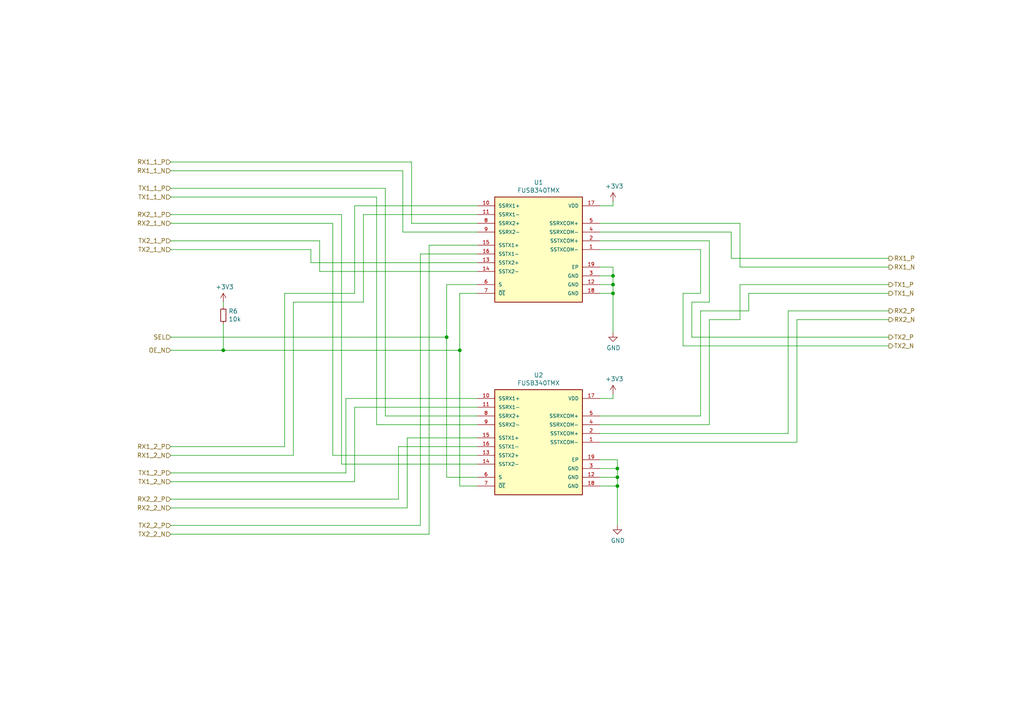
<source format=kicad_sch>
(kicad_sch (version 20211123) (generator eeschema)
  (paper "A4")
  (lib_symbols
    (symbol "Device:R_Small" (pin_numbers hide) (pin_names (offset 0.254) hide)
      (property "Reference" "R" (at 0.762 0.508 0))
      (property "Value" "R_Small" (at 0.762 -1.016 0))
      (symbol "R_Small_0_1"
        (rectangle (start -0.762 1.778) (end 0.762 -1.778) (stroke (width 0.2032)))
      )
      (symbol "R_Small_1_1"
        (pin passive line (at 0 2.54 270) (length 0.762) (name "~") (number "1"))
        (pin passive line (at 0 -2.54 90) (length 0.762) (name "~") (number "2"))
      )
    )
    (symbol "USB-TypeC-Switch-rescue:+3.3V-power" (power) (pin_names (offset 0))
      (property "Value" "+3.3V-power" (at 0 3.556 0))
      (symbol "+3.3V-power_0_1"
        (polyline (pts (xy -0.762 1.27) (xy 0 2.54)))
        (polyline (pts (xy 0 0) (xy 0 2.54)))
        (polyline (pts (xy 0 2.54) (xy 0.762 1.27)))
      )
      (symbol "+3.3V-power_1_1"
        (pin power_in line (at 0 0 90) (length 0) hide (name "+3V3") (number "1"))
      )
    )
    (symbol "USB-TypeC-Switch-rescue:FUSB340TMX-FUSB340TMX" (pin_names (offset 1.016))
      (property "Reference" "U" (at -12.7 24.13 0))
      (property "Value" "FUSB340TMX-FUSB340TMX" (at -12.7 -10.16 0))
      (symbol "FUSB340TMX-FUSB340TMX_0_0"
        (rectangle (start -12.7 -7.62) (end 12.7 22.86) (stroke (width 0.254)) (fill (type background)))
        (pin bidirectional line (at 17.78 7.62 180) (length 5.08) (name "SSTXCOM-") (number "1"))
        (pin bidirectional line (at -17.78 20.32 0) (length 5.08) (name "SSRX1+") (number "10"))
        (pin bidirectional line (at -17.78 17.78 0) (length 5.08) (name "SSRX1-") (number "11"))
        (pin power_in line (at 17.78 -2.54 180) (length 5.08) (name "GND") (number "12"))
        (pin bidirectional line (at -17.78 3.81 0) (length 5.08) (name "SSTX2+") (number "13"))
        (pin bidirectional line (at -17.78 1.27 0) (length 5.08) (name "SSTX2-") (number "14"))
        (pin bidirectional line (at -17.78 8.89 0) (length 5.08) (name "SSTX1+") (number "15"))
        (pin bidirectional line (at -17.78 6.35 0) (length 5.08) (name "SSTX1-") (number "16"))
        (pin power_in line (at 17.78 20.32 180) (length 5.08) (name "VDD") (number "17"))
        (pin power_in line (at 17.78 -5.08 180) (length 5.08) (name "GND") (number "18"))
        (pin power_in line (at 17.78 2.54 180) (length 5.08) (name "EP") (number "19"))
        (pin bidirectional line (at 17.78 10.16 180) (length 5.08) (name "SSTXCOM+") (number "2"))
        (pin power_in line (at 17.78 0 180) (length 5.08) (name "GND") (number "3"))
        (pin bidirectional line (at 17.78 12.7 180) (length 5.08) (name "SSRXCOM-") (number "4"))
        (pin bidirectional line (at 17.78 15.24 180) (length 5.08) (name "SSRXCOM+") (number "5"))
        (pin input line (at -17.78 -2.54 0) (length 5.08) (name "S") (number "6"))
        (pin input line (at -17.78 -5.08 0) (length 5.08) (name "~{OE}") (number "7"))
        (pin bidirectional line (at -17.78 15.24 0) (length 5.08) (name "SSRX2+") (number "8"))
        (pin bidirectional line (at -17.78 12.7 0) (length 5.08) (name "SSRX2-") (number "9"))
      )
    )
    (symbol "power:GND" (power) (pin_names (offset 0))
      (property "Value" "GND" (at 0 -3.81 0))
      (symbol "GND_0_1"
        (polyline (pts (xy 0 0) (xy 0 -1.27) (xy 1.27 -1.27) (xy 0 -2.54) (xy -1.27 -1.27) (xy 0 -1.27)))
      )
      (symbol "GND_1_1"
        (pin power_in line (at 0 0 270) (length 0) hide (name "GND") (number "1"))
      )
    )
  )
  (junction (at 129.54 97.79))
  (junction (at 179.07 140.97))
  (junction (at 177.8 85.09))
  (junction (at 179.07 138.43))
  (junction (at 133.35 101.6))
  (junction (at 179.07 135.89))
  (junction (at 177.8 80.01))
  (junction (at 177.8 82.55))
  (junction (at 64.77 101.6))
  (wire (pts (xy 129.54 82.55) (xy 138.43 82.55)))
  (wire (pts (xy 96.52 64.77) (xy 49.53 64.77)))
  (wire (pts (xy 121.92 73.66) (xy 121.92 152.4)))
  (wire (pts (xy 173.99 128.27) (xy 231.14 128.27)))
  (wire (pts (xy 138.43 129.54) (xy 115.57 129.54)))
  (wire (pts (xy 111.76 54.61) (xy 111.76 120.65)))
  (wire (pts (xy 138.43 120.65) (xy 111.76 120.65)))
  (wire (pts (xy 129.54 97.79) (xy 129.54 82.55)))
  (wire (pts (xy 173.99 120.65) (xy 203.2 120.65)))
  (wire (pts (xy 109.22 57.15) (xy 49.53 57.15)))
  (wire (pts (xy 257.81 77.47) (xy 214.63 77.47)))
  (wire (pts (xy 177.8 115.57) (xy 177.8 114.3)))
  (wire (pts (xy 116.84 49.53) (xy 116.84 67.31)))
  (wire (pts (xy 173.99 80.01) (xy 177.8 80.01)))
  (wire (pts (xy 257.81 92.71) (xy 231.14 92.71)))
  (wire (pts (xy 173.99 72.39) (xy 203.2 72.39)))
  (wire (pts (xy 92.71 69.85) (xy 92.71 78.74)))
  (wire (pts (xy 138.43 123.19) (xy 109.22 123.19)))
  (wire (pts (xy 173.99 133.35) (xy 179.07 133.35)))
  (wire (pts (xy 205.74 69.85) (xy 205.74 87.63)))
  (wire (pts (xy 133.35 101.6) (xy 133.35 85.09)))
  (wire (pts (xy 177.8 77.47) (xy 177.8 80.01)))
  (wire (pts (xy 49.53 144.78) (xy 115.57 144.78)))
  (wire (pts (xy 85.09 87.63) (xy 85.09 132.08)))
  (wire (pts (xy 214.63 64.77) (xy 214.63 77.47)))
  (wire (pts (xy 228.6 125.73) (xy 228.6 90.17)))
  (wire (pts (xy 173.99 138.43) (xy 179.07 138.43)))
  (wire (pts (xy 179.07 133.35) (xy 179.07 135.89)))
  (wire (pts (xy 133.35 101.6) (xy 133.35 140.97)))
  (wire (pts (xy 118.11 127) (xy 138.43 127)))
  (wire (pts (xy 228.6 90.17) (xy 257.81 90.17)))
  (wire (pts (xy 82.55 85.09) (xy 82.55 129.54)))
  (wire (pts (xy 99.06 62.23) (xy 99.06 134.62)))
  (wire (pts (xy 118.11 127) (xy 118.11 147.32)))
  (wire (pts (xy 124.46 71.12) (xy 124.46 154.94)))
  (wire (pts (xy 49.53 54.61) (xy 111.76 54.61)))
  (wire (pts (xy 99.06 134.62) (xy 138.43 134.62)))
  (wire (pts (xy 49.53 72.39) (xy 90.17 72.39)))
  (wire (pts (xy 198.12 100.33) (xy 257.81 100.33)))
  (wire (pts (xy 49.53 139.7) (xy 102.87 139.7)))
  (wire (pts (xy 116.84 67.31) (xy 138.43 67.31)))
  (wire (pts (xy 109.22 57.15) (xy 109.22 123.19)))
  (wire (pts (xy 133.35 140.97) (xy 138.43 140.97)))
  (wire (pts (xy 177.8 82.55) (xy 177.8 85.09)))
  (wire (pts (xy 138.43 76.2) (xy 90.17 76.2)))
  (wire (pts (xy 82.55 85.09) (xy 102.87 85.09)))
  (wire (pts (xy 49.53 62.23) (xy 99.06 62.23)))
  (wire (pts (xy 217.17 85.09) (xy 257.81 85.09)))
  (wire (pts (xy 129.54 97.79) (xy 129.54 138.43)))
  (wire (pts (xy 217.17 90.17) (xy 217.17 85.09)))
  (wire (pts (xy 138.43 115.57) (xy 100.33 115.57)))
  (wire (pts (xy 203.2 90.17) (xy 203.2 120.65)))
  (wire (pts (xy 173.99 59.69) (xy 177.8 59.69)))
  (wire (pts (xy 102.87 59.69) (xy 102.87 85.09)))
  (wire (pts (xy 49.53 69.85) (xy 92.71 69.85)))
  (wire (pts (xy 212.09 74.93) (xy 257.81 74.93)))
  (wire (pts (xy 49.53 132.08) (xy 85.09 132.08)))
  (wire (pts (xy 177.8 59.69) (xy 177.8 58.42)))
  (wire (pts (xy 173.99 140.97) (xy 179.07 140.97)))
  (wire (pts (xy 177.8 85.09) (xy 177.8 96.52)))
  (wire (pts (xy 92.71 78.74) (xy 138.43 78.74)))
  (wire (pts (xy 133.35 85.09) (xy 138.43 85.09)))
  (wire (pts (xy 173.99 123.19) (xy 205.74 123.19)))
  (wire (pts (xy 173.99 77.47) (xy 177.8 77.47)))
  (wire (pts (xy 257.81 97.79) (xy 200.66 97.79)))
  (wire (pts (xy 179.07 135.89) (xy 179.07 138.43)))
  (wire (pts (xy 138.43 64.77) (xy 119.38 64.77)))
  (wire (pts (xy 64.77 87.63) (xy 64.77 88.9)))
  (wire (pts (xy 90.17 72.39) (xy 90.17 76.2)))
  (wire (pts (xy 121.92 152.4) (xy 49.53 152.4)))
  (wire (pts (xy 49.53 154.94) (xy 124.46 154.94)))
  (wire (pts (xy 173.99 125.73) (xy 228.6 125.73)))
  (wire (pts (xy 138.43 132.08) (xy 96.52 132.08)))
  (wire (pts (xy 214.63 82.55) (xy 257.81 82.55)))
  (wire (pts (xy 49.53 137.16) (xy 100.33 137.16)))
  (wire (pts (xy 200.66 87.63) (xy 205.74 87.63)))
  (wire (pts (xy 118.11 147.32) (xy 49.53 147.32)))
  (wire (pts (xy 177.8 80.01) (xy 177.8 82.55)))
  (wire (pts (xy 64.77 93.98) (xy 64.77 101.6)))
  (wire (pts (xy 214.63 82.55) (xy 214.63 92.71)))
  (wire (pts (xy 102.87 118.11) (xy 102.87 139.7)))
  (wire (pts (xy 119.38 46.99) (xy 119.38 64.77)))
  (wire (pts (xy 49.53 49.53) (xy 116.84 49.53)))
  (wire (pts (xy 203.2 85.09) (xy 203.2 72.39)))
  (wire (pts (xy 85.09 87.63) (xy 105.41 87.63)))
  (wire (pts (xy 102.87 59.69) (xy 138.43 59.69)))
  (wire (pts (xy 173.99 85.09) (xy 177.8 85.09)))
  (wire (pts (xy 173.99 82.55) (xy 177.8 82.55)))
  (wire (pts (xy 205.74 92.71) (xy 214.63 92.71)))
  (wire (pts (xy 100.33 115.57) (xy 100.33 137.16)))
  (wire (pts (xy 115.57 129.54) (xy 115.57 144.78)))
  (wire (pts (xy 173.99 135.89) (xy 179.07 135.89)))
  (wire (pts (xy 121.92 73.66) (xy 138.43 73.66)))
  (wire (pts (xy 64.77 101.6) (xy 133.35 101.6)))
  (wire (pts (xy 173.99 67.31) (xy 212.09 67.31)))
  (wire (pts (xy 96.52 64.77) (xy 96.52 132.08)))
  (wire (pts (xy 138.43 71.12) (xy 124.46 71.12)))
  (wire (pts (xy 49.53 129.54) (xy 82.55 129.54)))
  (wire (pts (xy 212.09 67.31) (xy 212.09 74.93)))
  (wire (pts (xy 129.54 138.43) (xy 138.43 138.43)))
  (wire (pts (xy 203.2 90.17) (xy 217.17 90.17)))
  (wire (pts (xy 173.99 64.77) (xy 214.63 64.77)))
  (wire (pts (xy 102.87 118.11) (xy 138.43 118.11)))
  (wire (pts (xy 179.07 138.43) (xy 179.07 140.97)))
  (wire (pts (xy 173.99 115.57) (xy 177.8 115.57)))
  (wire (pts (xy 200.66 97.79) (xy 200.66 87.63)))
  (wire (pts (xy 49.53 46.99) (xy 119.38 46.99)))
  (wire (pts (xy 105.41 62.23) (xy 105.41 87.63)))
  (wire (pts (xy 105.41 62.23) (xy 138.43 62.23)))
  (wire (pts (xy 231.14 92.71) (xy 231.14 128.27)))
  (wire (pts (xy 179.07 140.97) (xy 179.07 152.4)))
  (wire (pts (xy 173.99 69.85) (xy 205.74 69.85)))
  (wire (pts (xy 49.53 101.6) (xy 64.77 101.6)))
  (wire (pts (xy 198.12 85.09) (xy 198.12 100.33)))
  (wire (pts (xy 49.53 97.79) (xy 129.54 97.79)))
  (wire (pts (xy 198.12 85.09) (xy 203.2 85.09)))
  (wire (pts (xy 205.74 92.71) (xy 205.74 123.19)))
  (hierarchical_label "RX1_1_P" (shape input) (at 49.53 46.99 180))
  (hierarchical_label "RX1_2_P" (shape input) (at 49.53 129.54 180))
  (hierarchical_label "TX1_1_P" (shape input) (at 49.53 54.61 180))
  (hierarchical_label "TX2_1_N" (shape input) (at 49.53 72.39 180))
  (hierarchical_label "TX1_2_P" (shape input) (at 49.53 137.16 180))
  (hierarchical_label "RX2_P" (shape output) (at 257.81 90.17 0))
  (hierarchical_label "TX1_N" (shape output) (at 257.81 85.09 0))
  (hierarchical_label "RX1_N" (shape output) (at 257.81 77.47 0))
  (hierarchical_label "TX2_P" (shape output) (at 257.81 97.79 0))
  (hierarchical_label "SEL" (shape input) (at 49.53 97.79 180))
  (hierarchical_label "RX2_2_P" (shape input) (at 49.53 144.78 180))
  (hierarchical_label "RX2_N" (shape output) (at 257.81 92.71 0))
  (hierarchical_label "RX2_1_N" (shape input) (at 49.53 64.77 180))
  (hierarchical_label "RX2_2_N" (shape input) (at 49.53 147.32 180))
  (hierarchical_label "TX2_2_P" (shape input) (at 49.53 152.4 180))
  (hierarchical_label "TX2_1_P" (shape input) (at 49.53 69.85 180))
  (hierarchical_label "TX1_P" (shape output) (at 257.81 82.55 0))
  (hierarchical_label "TX1_2_N" (shape input) (at 49.53 139.7 180))
  (hierarchical_label "RX1_1_N" (shape input) (at 49.53 49.53 180))
  (hierarchical_label "TX1_1_N" (shape input) (at 49.53 57.15 180))
  (hierarchical_label "TX2_N" (shape output) (at 257.81 100.33 0))
  (hierarchical_label "TX2_2_N" (shape input) (at 49.53 154.94 180))
  (hierarchical_label "RX1_2_N" (shape input) (at 49.53 132.08 180))
  (hierarchical_label "RX1_P" (shape output) (at 257.81 74.93 0))
  (hierarchical_label "RX2_1_P" (shape input) (at 49.53 62.23 180))
  (hierarchical_label "OE_N" (shape input) (at 49.53 101.6 180))
  (symbol (lib_id "Device:R_Small") (at 64.77 91.44 0) (unit 1)
    (property "Reference" "R6" (at 66.2686 90.2716 0) (effects (justify left)))
    (property "Value" "10k" (at 66.2686 92.583 0) (effects (justify left)))
    (property "Footprint" "Resistor_SMD:R_0805_2012Metric" (effects hide))
  )
  (symbol (lib_id "USB-TypeC-Switch-rescue:+3.3V-power") (at 64.77 87.63 0) (unit 1)
    (property "Reference" "#PWR0106" (effects hide))
    (property "Value" "+3.3V" (at 65.151 83.2358 0))
  )
  (symbol (lib_id "power:GND") (at 177.8 96.52 0) (unit 1)
    (property "Reference" "#PWR04" (effects hide))
    (property "Value" "GND" (at 177.927 100.9142 0))
  )
  (symbol (lib_id "power:GND") (at 179.07 152.4 0) (unit 1)
    (property "Reference" "#PWR05" (effects hide))
    (property "Value" "GND" (at 179.197 156.7942 0))
  )
  (symbol (lib_id "USB-TypeC-Switch-rescue:FUSB340TMX-FUSB340TMX") (at 156.21 135.89 0) (unit 1)
    (property "Reference" "U2" (at 156.21 108.7882 0))
    (property "Value" "FUSB340TMX" (at 156.21 111.0996 0))
    (property "Footprint" "custom:QFN40P200X280X40-19N" (effects hide))
    (property "PARTREV" "2" (effects hide))
    (property "MANUFACTURER" "ON Semiconductor" (effects hide))
    (property "MAXIMUM_PACKAGE_HEIGHT" "0.4mm" (effects hide))
    (property "STANDARD" "Manufacturer Recommendations" (effects hide))
  )
  (symbol (lib_id "USB-TypeC-Switch-rescue:FUSB340TMX-FUSB340TMX") (at 156.21 80.01 0) (unit 1)
    (property "Reference" "U1" (at 156.21 52.9082 0))
    (property "Value" "FUSB340TMX" (at 156.21 55.2196 0))
    (property "Footprint" "custom:QFN40P200X280X40-19N" (effects hide))
    (property "PARTREV" "2" (effects hide))
    (property "MANUFACTURER" "ON Semiconductor" (effects hide))
    (property "MAXIMUM_PACKAGE_HEIGHT" "0.4mm" (effects hide))
    (property "STANDARD" "Manufacturer Recommendations" (effects hide))
  )
  (symbol (lib_id "USB-TypeC-Switch-rescue:+3.3V-power") (at 177.8 58.42 0) (unit 1)
    (property "Reference" "#PWR01" (effects hide))
    (property "Value" "+3.3V" (at 178.181 54.0258 0))
  )
  (symbol (lib_id "USB-TypeC-Switch-rescue:+3.3V-power") (at 177.8 114.3 0) (unit 1)
    (property "Reference" "#PWR02" (effects hide))
    (property "Value" "+3.3V" (at 178.181 109.9058 0))
  )
)
</source>
